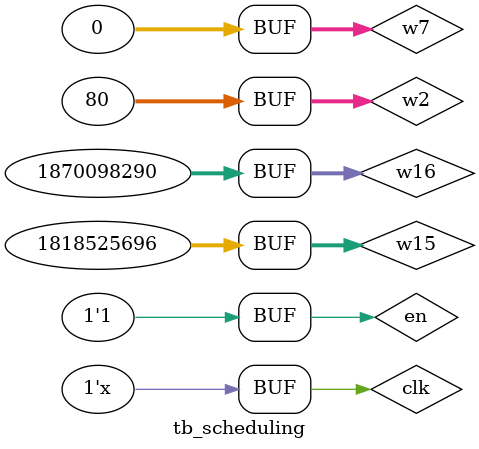
<source format=v>
`timescale 1ns / 1ps


module tb_scheduling;
    reg[31:0]      w2,w7,w15,w16;
    wire[31:0]     wOut;
    reg            clk,en;
    
    scheduling sh(
        .clk(clk),
        .en(en),
        .w2(w2),
        .w7(w7),
        .w15(w15),
        .w16(w16),
        .block(wOut)
    );
    
    initial
    begin
        clk =0;
        en =0;
        w2 = 31'b00000000000000000000000001010000;
        w7 = 31'b00000000000000000000000000000000;
        w15 = 31'b01101100011001001000000000000000;
        w16 = 31'b01101111011101110110111101110010;
        #1;
        en=1;
        #1;
        clk =1;
    end
    always #10 clk = ~clk;

endmodule

</source>
